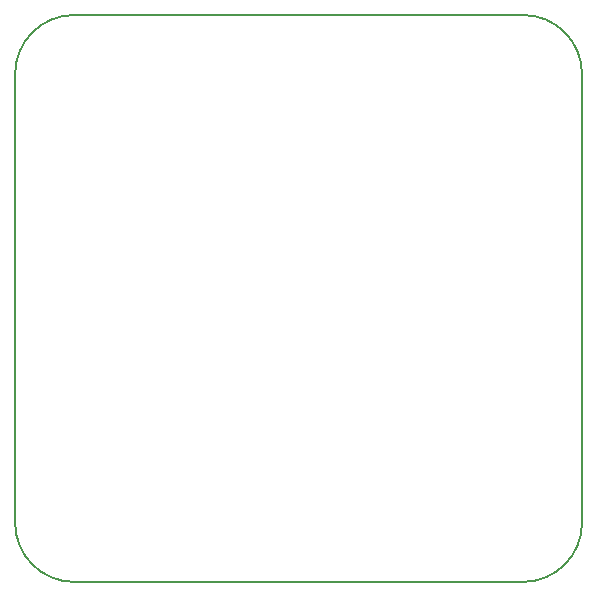
<source format=gko>
G04 #@! TF.GenerationSoftware,KiCad,Pcbnew,(5.0.2)-1*
G04 #@! TF.CreationDate,2019-01-06T11:55:21+11:00*
G04 #@! TF.ProjectId,Gain_Block_Dev_Rev_0,4761696e-5f42-46c6-9f63-6b5f4465765f,rev?*
G04 #@! TF.SameCoordinates,Original*
G04 #@! TF.FileFunction,Profile,NP*
%FSLAX46Y46*%
G04 Gerber Fmt 4.6, Leading zero omitted, Abs format (unit mm)*
G04 Created by KiCad (PCBNEW (5.0.2)-1) date 6/01/2019 11:55:21*
%MOMM*%
%LPD*%
G01*
G04 APERTURE LIST*
%ADD10C,0.150000*%
G04 APERTURE END LIST*
D10*
X110000000Y-118000000D02*
G75*
G02X105000000Y-113000000I0J5000000D01*
G01*
X148000000Y-118000000D02*
X110000000Y-118000000D01*
X105000000Y-113000000D02*
X105000000Y-75000000D01*
X105000000Y-75000000D02*
G75*
G02X110000000Y-70000000I5000000J0D01*
G01*
X153000000Y-113000000D02*
G75*
G02X148000000Y-118000000I-5000000J0D01*
G01*
X153000000Y-75000000D02*
X153000000Y-113000000D01*
X148000000Y-70000000D02*
G75*
G02X153000000Y-75000000I0J-5000000D01*
G01*
X110000000Y-70000000D02*
X148000000Y-70000000D01*
M02*

</source>
